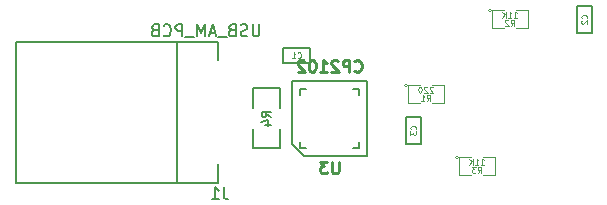
<source format=gbo>
G04 #@! TF.FileFunction,Legend,Bot*
%FSLAX46Y46*%
G04 Gerber Fmt 4.6, Leading zero omitted, Abs format (unit mm)*
G04 Created by KiCad (PCBNEW (2015-08-11 BZR 6084)-product) date 9/4/2015 1:52:21 AM*
%MOMM*%
G01*
G04 APERTURE LIST*
%ADD10C,0.150000*%
%ADD11C,0.127000*%
%ADD12C,0.099060*%
%ADD13C,0.149860*%
%ADD14C,0.200660*%
%ADD15C,0.114300*%
%ADD16C,0.109220*%
%ADD17C,0.250190*%
%ADD18C,0.304800*%
G04 APERTURE END LIST*
D10*
D11*
X170307000Y-147574000D02*
X172593000Y-147574000D01*
X172593000Y-147574000D02*
X172593000Y-149225000D01*
X170307000Y-151003000D02*
X170307000Y-152654000D01*
X170307000Y-152654000D02*
X172593000Y-152654000D01*
X172593000Y-152654000D02*
X172593000Y-151003000D01*
X170307000Y-149225000D02*
X170307000Y-147574000D01*
X172847000Y-145415000D02*
X175133000Y-145415000D01*
X175133000Y-145415000D02*
X175133000Y-144145000D01*
X175133000Y-144145000D02*
X172847000Y-144145000D01*
X172847000Y-144145000D02*
X172847000Y-145415000D01*
X199009000Y-142875000D02*
X199009000Y-140589000D01*
X199009000Y-140589000D02*
X197739000Y-140589000D01*
X197739000Y-140589000D02*
X197739000Y-142875000D01*
X197739000Y-142875000D02*
X199009000Y-142875000D01*
X183261000Y-149987000D02*
X183261000Y-152273000D01*
X183261000Y-152273000D02*
X184531000Y-152273000D01*
X184531000Y-152273000D02*
X184531000Y-149987000D01*
X184531000Y-149987000D02*
X183261000Y-149987000D01*
D12*
X183388000Y-147320000D02*
G75*
G03X183388000Y-147320000I-127000J0D01*
G01*
X184404000Y-147320000D02*
X183388000Y-147320000D01*
X183388000Y-147320000D02*
X183388000Y-148844000D01*
X183388000Y-148844000D02*
X184404000Y-148844000D01*
X185420000Y-148844000D02*
X186436000Y-148844000D01*
X186436000Y-148844000D02*
X186436000Y-147320000D01*
X186436000Y-147320000D02*
X185420000Y-147320000D01*
X190500000Y-140970000D02*
G75*
G03X190500000Y-140970000I-127000J0D01*
G01*
X191516000Y-140970000D02*
X190500000Y-140970000D01*
X190500000Y-140970000D02*
X190500000Y-142494000D01*
X190500000Y-142494000D02*
X191516000Y-142494000D01*
X192532000Y-142494000D02*
X193548000Y-142494000D01*
X193548000Y-142494000D02*
X193548000Y-140970000D01*
X193548000Y-140970000D02*
X192532000Y-140970000D01*
X187706000Y-153416000D02*
G75*
G03X187706000Y-153416000I-127000J0D01*
G01*
X188722000Y-153416000D02*
X187706000Y-153416000D01*
X187706000Y-153416000D02*
X187706000Y-154940000D01*
X187706000Y-154940000D02*
X188722000Y-154940000D01*
X189738000Y-154940000D02*
X190754000Y-154940000D01*
X190754000Y-154940000D02*
X190754000Y-153416000D01*
X190754000Y-153416000D02*
X189738000Y-153416000D01*
D13*
X173583600Y-146913600D02*
X179984400Y-146913600D01*
X179984400Y-146913600D02*
X179984400Y-153314400D01*
X179984400Y-153314400D02*
X174584360Y-153314400D01*
X174584360Y-153314400D02*
X173583600Y-152313640D01*
X173583600Y-152313640D02*
X173583600Y-146913600D01*
D14*
X174785020Y-152613360D02*
X174284640Y-152613360D01*
X174284640Y-152613360D02*
X174284640Y-152112980D01*
X179283360Y-152112980D02*
X179283360Y-152613360D01*
X179283360Y-152613360D02*
X178782980Y-152613360D01*
X178782980Y-147614640D02*
X179283360Y-147614640D01*
X179283360Y-147614640D02*
X179283360Y-148115020D01*
X174284640Y-148115020D02*
X174284640Y-147614640D01*
X174284640Y-147614640D02*
X174785020Y-147614640D01*
X163901120Y-143606520D02*
X163901120Y-155605480D01*
X165100000Y-143606520D02*
X167299640Y-143606520D01*
X167299640Y-143606520D02*
X167299640Y-145206720D01*
X165100000Y-143606520D02*
X150200360Y-143606520D01*
X150200360Y-143606520D02*
X150200360Y-155605480D01*
X150200360Y-155605480D02*
X165100000Y-155605480D01*
X165100000Y-155605480D02*
X167299640Y-155605480D01*
X167299640Y-155605480D02*
X167299640Y-154005280D01*
D11*
X171794714Y-149987000D02*
X171431857Y-149733000D01*
X171794714Y-149551572D02*
X171032714Y-149551572D01*
X171032714Y-149841857D01*
X171069000Y-149914429D01*
X171105286Y-149950714D01*
X171177857Y-149987000D01*
X171286714Y-149987000D01*
X171359286Y-149950714D01*
X171395571Y-149914429D01*
X171431857Y-149841857D01*
X171431857Y-149551572D01*
X171286714Y-150640143D02*
X171794714Y-150640143D01*
X170996429Y-150458714D02*
X171540714Y-150277286D01*
X171540714Y-150749000D01*
D15*
X174066200Y-144961429D02*
X174087971Y-144985619D01*
X174153285Y-145009810D01*
X174196828Y-145009810D01*
X174262143Y-144985619D01*
X174305685Y-144937238D01*
X174327457Y-144888857D01*
X174349228Y-144792095D01*
X174349228Y-144719524D01*
X174327457Y-144622762D01*
X174305685Y-144574381D01*
X174262143Y-144526000D01*
X174196828Y-144501810D01*
X174153285Y-144501810D01*
X174087971Y-144526000D01*
X174066200Y-144550190D01*
X173630771Y-145009810D02*
X173892028Y-145009810D01*
X173761400Y-145009810D02*
X173761400Y-144501810D01*
X173804943Y-144574381D01*
X173848485Y-144622762D01*
X173892028Y-144646952D01*
X198555429Y-141655800D02*
X198579619Y-141634029D01*
X198603810Y-141568715D01*
X198603810Y-141525172D01*
X198579619Y-141459857D01*
X198531238Y-141416315D01*
X198482857Y-141394543D01*
X198386095Y-141372772D01*
X198313524Y-141372772D01*
X198216762Y-141394543D01*
X198168381Y-141416315D01*
X198120000Y-141459857D01*
X198095810Y-141525172D01*
X198095810Y-141568715D01*
X198120000Y-141634029D01*
X198144190Y-141655800D01*
X198144190Y-141829972D02*
X198120000Y-141851743D01*
X198095810Y-141895286D01*
X198095810Y-142004143D01*
X198120000Y-142047686D01*
X198144190Y-142069457D01*
X198192571Y-142091229D01*
X198240952Y-142091229D01*
X198313524Y-142069457D01*
X198603810Y-141808200D01*
X198603810Y-142091229D01*
X184077429Y-151053800D02*
X184101619Y-151032029D01*
X184125810Y-150966715D01*
X184125810Y-150923172D01*
X184101619Y-150857857D01*
X184053238Y-150814315D01*
X184004857Y-150792543D01*
X183908095Y-150770772D01*
X183835524Y-150770772D01*
X183738762Y-150792543D01*
X183690381Y-150814315D01*
X183642000Y-150857857D01*
X183617810Y-150923172D01*
X183617810Y-150966715D01*
X183642000Y-151032029D01*
X183666190Y-151053800D01*
X183617810Y-151206200D02*
X183617810Y-151489229D01*
X183811333Y-151336829D01*
X183811333Y-151402143D01*
X183835524Y-151445686D01*
X183859714Y-151467457D01*
X183908095Y-151489229D01*
X184029048Y-151489229D01*
X184077429Y-151467457D01*
X184101619Y-151445686D01*
X184125810Y-151402143D01*
X184125810Y-151271515D01*
X184101619Y-151227972D01*
X184077429Y-151206200D01*
D16*
X184995396Y-148625862D02*
X185162190Y-148387586D01*
X185281328Y-148625862D02*
X185281328Y-148125482D01*
X185090707Y-148125482D01*
X185043052Y-148149310D01*
X185019224Y-148173138D01*
X184995396Y-148220793D01*
X184995396Y-148292276D01*
X185019224Y-148339931D01*
X185043052Y-148363759D01*
X185090707Y-148387586D01*
X185281328Y-148387586D01*
X184518844Y-148625862D02*
X184804776Y-148625862D01*
X184661810Y-148625862D02*
X184661810Y-148125482D01*
X184709465Y-148196965D01*
X184757120Y-148244620D01*
X184804776Y-148268448D01*
X185531518Y-147474638D02*
X185507690Y-147450810D01*
X185460035Y-147426982D01*
X185340897Y-147426982D01*
X185293241Y-147450810D01*
X185269414Y-147474638D01*
X185245586Y-147522293D01*
X185245586Y-147569948D01*
X185269414Y-147641431D01*
X185555345Y-147927362D01*
X185245586Y-147927362D01*
X185054966Y-147474638D02*
X185031138Y-147450810D01*
X184983483Y-147426982D01*
X184864345Y-147426982D01*
X184816689Y-147450810D01*
X184792862Y-147474638D01*
X184769034Y-147522293D01*
X184769034Y-147569948D01*
X184792862Y-147641431D01*
X185078793Y-147927362D01*
X184769034Y-147927362D01*
X184459275Y-147426982D02*
X184411620Y-147426982D01*
X184363965Y-147450810D01*
X184340137Y-147474638D01*
X184316310Y-147522293D01*
X184292482Y-147617603D01*
X184292482Y-147736741D01*
X184316310Y-147832052D01*
X184340137Y-147879707D01*
X184363965Y-147903535D01*
X184411620Y-147927362D01*
X184459275Y-147927362D01*
X184506931Y-147903535D01*
X184530758Y-147879707D01*
X184554586Y-147832052D01*
X184578414Y-147736741D01*
X184578414Y-147617603D01*
X184554586Y-147522293D01*
X184530758Y-147474638D01*
X184506931Y-147450810D01*
X184459275Y-147426982D01*
X192107396Y-142275862D02*
X192274190Y-142037586D01*
X192393328Y-142275862D02*
X192393328Y-141775482D01*
X192202707Y-141775482D01*
X192155052Y-141799310D01*
X192131224Y-141823138D01*
X192107396Y-141870793D01*
X192107396Y-141942276D01*
X192131224Y-141989931D01*
X192155052Y-142013759D01*
X192202707Y-142037586D01*
X192393328Y-142037586D01*
X191916776Y-141823138D02*
X191892948Y-141799310D01*
X191845293Y-141775482D01*
X191726155Y-141775482D01*
X191678499Y-141799310D01*
X191654672Y-141823138D01*
X191630844Y-141870793D01*
X191630844Y-141918448D01*
X191654672Y-141989931D01*
X191940603Y-142275862D01*
X191630844Y-142275862D01*
X192369500Y-141577362D02*
X192655432Y-141577362D01*
X192512466Y-141577362D02*
X192512466Y-141076982D01*
X192560121Y-141148465D01*
X192607776Y-141196120D01*
X192655432Y-141219948D01*
X191892948Y-141577362D02*
X192178880Y-141577362D01*
X192035914Y-141577362D02*
X192035914Y-141076982D01*
X192083569Y-141148465D01*
X192131224Y-141196120D01*
X192178880Y-141219948D01*
X191678500Y-141577362D02*
X191678500Y-141076982D01*
X191392568Y-141577362D02*
X191607017Y-141291431D01*
X191392568Y-141076982D02*
X191678500Y-141362914D01*
X189313396Y-154721862D02*
X189480190Y-154483586D01*
X189599328Y-154721862D02*
X189599328Y-154221482D01*
X189408707Y-154221482D01*
X189361052Y-154245310D01*
X189337224Y-154269138D01*
X189313396Y-154316793D01*
X189313396Y-154388276D01*
X189337224Y-154435931D01*
X189361052Y-154459759D01*
X189408707Y-154483586D01*
X189599328Y-154483586D01*
X189146603Y-154221482D02*
X188836844Y-154221482D01*
X189003637Y-154412103D01*
X188932155Y-154412103D01*
X188884499Y-154435931D01*
X188860672Y-154459759D01*
X188836844Y-154507414D01*
X188836844Y-154626552D01*
X188860672Y-154674207D01*
X188884499Y-154698035D01*
X188932155Y-154721862D01*
X189075120Y-154721862D01*
X189122776Y-154698035D01*
X189146603Y-154674207D01*
X189575500Y-154023362D02*
X189861432Y-154023362D01*
X189718466Y-154023362D02*
X189718466Y-153522982D01*
X189766121Y-153594465D01*
X189813776Y-153642120D01*
X189861432Y-153665948D01*
X189098948Y-154023362D02*
X189384880Y-154023362D01*
X189241914Y-154023362D02*
X189241914Y-153522982D01*
X189289569Y-153594465D01*
X189337224Y-153642120D01*
X189384880Y-153665948D01*
X188884500Y-154023362D02*
X188884500Y-153522982D01*
X188598568Y-154023362D02*
X188813017Y-153737431D01*
X188598568Y-153522982D02*
X188884500Y-153808914D01*
D17*
X177546484Y-153767125D02*
X177546484Y-154577264D01*
X177498829Y-154672574D01*
X177451173Y-154720230D01*
X177355863Y-154767885D01*
X177165242Y-154767885D01*
X177069931Y-154720230D01*
X177022276Y-154672574D01*
X176974621Y-154577264D01*
X176974621Y-153767125D01*
X176593379Y-153767125D02*
X175973861Y-153767125D01*
X176307448Y-154148367D01*
X176164482Y-154148367D01*
X176069172Y-154196022D01*
X176021516Y-154243677D01*
X175973861Y-154338988D01*
X175973861Y-154577264D01*
X176021516Y-154672574D01*
X176069172Y-154720230D01*
X176164482Y-154767885D01*
X176450414Y-154767885D01*
X176545724Y-154720230D01*
X176593379Y-154672574D01*
D18*
D17*
X178880831Y-146072134D02*
X178928486Y-146119790D01*
X179071452Y-146167445D01*
X179166762Y-146167445D01*
X179309728Y-146119790D01*
X179405039Y-146024479D01*
X179452694Y-145929169D01*
X179500349Y-145738548D01*
X179500349Y-145595582D01*
X179452694Y-145404961D01*
X179405039Y-145309650D01*
X179309728Y-145214340D01*
X179166762Y-145166685D01*
X179071452Y-145166685D01*
X178928486Y-145214340D01*
X178880831Y-145261995D01*
X178451934Y-146167445D02*
X178451934Y-145166685D01*
X178070692Y-145166685D01*
X177975381Y-145214340D01*
X177927726Y-145261995D01*
X177880071Y-145357306D01*
X177880071Y-145500271D01*
X177927726Y-145595582D01*
X177975381Y-145643237D01*
X178070692Y-145690892D01*
X178451934Y-145690892D01*
X177498829Y-145261995D02*
X177451174Y-145214340D01*
X177355863Y-145166685D01*
X177117587Y-145166685D01*
X177022277Y-145214340D01*
X176974621Y-145261995D01*
X176926966Y-145357306D01*
X176926966Y-145452616D01*
X176974621Y-145595582D01*
X177546484Y-146167445D01*
X176926966Y-146167445D01*
X175973861Y-146167445D02*
X176545724Y-146167445D01*
X176259793Y-146167445D02*
X176259793Y-145166685D01*
X176355103Y-145309650D01*
X176450414Y-145404961D01*
X176545724Y-145452616D01*
X175354343Y-145166685D02*
X175259032Y-145166685D01*
X175163722Y-145214340D01*
X175116067Y-145261995D01*
X175068411Y-145357306D01*
X175020756Y-145547927D01*
X175020756Y-145786203D01*
X175068411Y-145976824D01*
X175116067Y-146072134D01*
X175163722Y-146119790D01*
X175259032Y-146167445D01*
X175354343Y-146167445D01*
X175449653Y-146119790D01*
X175497309Y-146072134D01*
X175544964Y-145976824D01*
X175592619Y-145786203D01*
X175592619Y-145547927D01*
X175544964Y-145357306D01*
X175497309Y-145261995D01*
X175449653Y-145214340D01*
X175354343Y-145166685D01*
X174639514Y-145261995D02*
X174591859Y-145214340D01*
X174496548Y-145166685D01*
X174258272Y-145166685D01*
X174162962Y-145214340D01*
X174115306Y-145261995D01*
X174067651Y-145357306D01*
X174067651Y-145452616D01*
X174115306Y-145595582D01*
X174687169Y-146167445D01*
X174067651Y-146167445D01*
D18*
D13*
X167833886Y-155959145D02*
X167833886Y-156673973D01*
X167881542Y-156816939D01*
X167976852Y-156912250D01*
X168119818Y-156959905D01*
X168215128Y-156959905D01*
X166833126Y-156959905D02*
X167404989Y-156959905D01*
X167119058Y-156959905D02*
X167119058Y-155959145D01*
X167214368Y-156102110D01*
X167309679Y-156197421D01*
X167404989Y-156245076D01*
X170826128Y-142156785D02*
X170826128Y-142966924D01*
X170778473Y-143062234D01*
X170730817Y-143109890D01*
X170635507Y-143157545D01*
X170444886Y-143157545D01*
X170349575Y-143109890D01*
X170301920Y-143062234D01*
X170254265Y-142966924D01*
X170254265Y-142156785D01*
X169825368Y-143109890D02*
X169682402Y-143157545D01*
X169444126Y-143157545D01*
X169348816Y-143109890D01*
X169301160Y-143062234D01*
X169253505Y-142966924D01*
X169253505Y-142871613D01*
X169301160Y-142776303D01*
X169348816Y-142728648D01*
X169444126Y-142680992D01*
X169634747Y-142633337D01*
X169730058Y-142585682D01*
X169777713Y-142538027D01*
X169825368Y-142442716D01*
X169825368Y-142347406D01*
X169777713Y-142252095D01*
X169730058Y-142204440D01*
X169634747Y-142156785D01*
X169396471Y-142156785D01*
X169253505Y-142204440D01*
X168491021Y-142633337D02*
X168348055Y-142680992D01*
X168300400Y-142728648D01*
X168252745Y-142823958D01*
X168252745Y-142966924D01*
X168300400Y-143062234D01*
X168348055Y-143109890D01*
X168443366Y-143157545D01*
X168824608Y-143157545D01*
X168824608Y-142156785D01*
X168491021Y-142156785D01*
X168395711Y-142204440D01*
X168348055Y-142252095D01*
X168300400Y-142347406D01*
X168300400Y-142442716D01*
X168348055Y-142538027D01*
X168395711Y-142585682D01*
X168491021Y-142633337D01*
X168824608Y-142633337D01*
X168062124Y-143252855D02*
X167299640Y-143252855D01*
X167109019Y-142871613D02*
X166632467Y-142871613D01*
X167204330Y-143157545D02*
X166870743Y-142156785D01*
X166537156Y-143157545D01*
X166203570Y-143157545D02*
X166203570Y-142156785D01*
X165869983Y-142871613D01*
X165536396Y-142156785D01*
X165536396Y-143157545D01*
X165298120Y-143252855D02*
X164535636Y-143252855D01*
X164297360Y-143157545D02*
X164297360Y-142156785D01*
X163916118Y-142156785D01*
X163820807Y-142204440D01*
X163773152Y-142252095D01*
X163725497Y-142347406D01*
X163725497Y-142490371D01*
X163773152Y-142585682D01*
X163820807Y-142633337D01*
X163916118Y-142680992D01*
X164297360Y-142680992D01*
X162724737Y-143062234D02*
X162772392Y-143109890D01*
X162915358Y-143157545D01*
X163010668Y-143157545D01*
X163153634Y-143109890D01*
X163248945Y-143014579D01*
X163296600Y-142919269D01*
X163344255Y-142728648D01*
X163344255Y-142585682D01*
X163296600Y-142395061D01*
X163248945Y-142299750D01*
X163153634Y-142204440D01*
X163010668Y-142156785D01*
X162915358Y-142156785D01*
X162772392Y-142204440D01*
X162724737Y-142252095D01*
X161962253Y-142633337D02*
X161819287Y-142680992D01*
X161771632Y-142728648D01*
X161723977Y-142823958D01*
X161723977Y-142966924D01*
X161771632Y-143062234D01*
X161819287Y-143109890D01*
X161914598Y-143157545D01*
X162295840Y-143157545D01*
X162295840Y-142156785D01*
X161962253Y-142156785D01*
X161866943Y-142204440D01*
X161819287Y-142252095D01*
X161771632Y-142347406D01*
X161771632Y-142442716D01*
X161819287Y-142538027D01*
X161866943Y-142585682D01*
X161962253Y-142633337D01*
X162295840Y-142633337D01*
M02*

</source>
